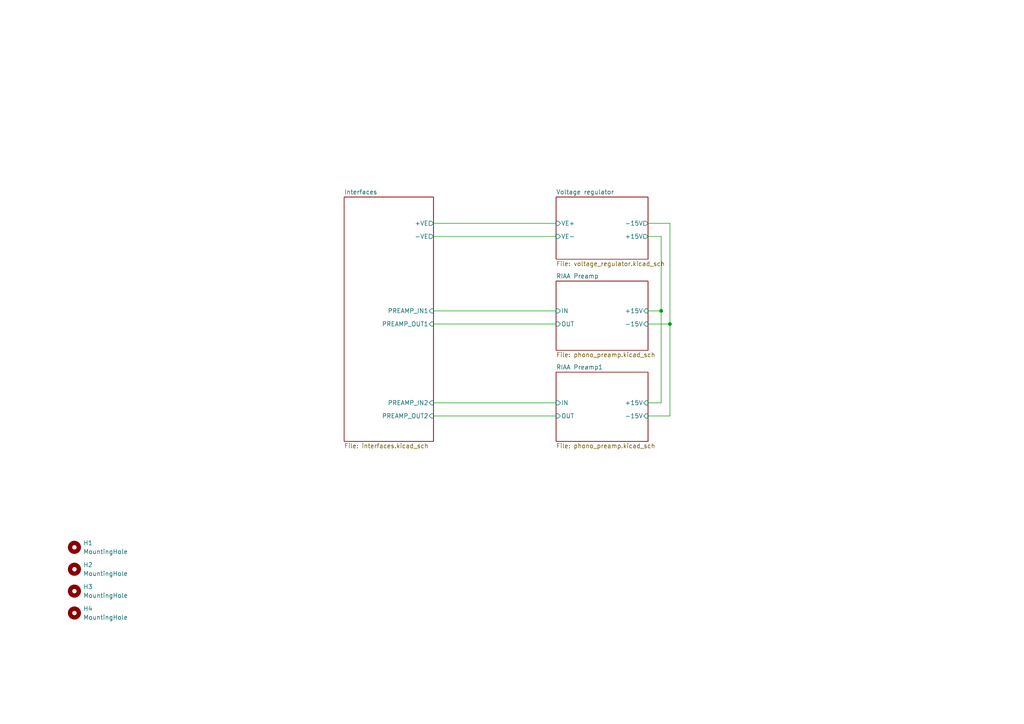
<source format=kicad_sch>
(kicad_sch
	(version 20231120)
	(generator "eeschema")
	(generator_version "8.0")
	(uuid "752fb79e-9761-444d-aeb7-c2757f987636")
	(paper "A4")
	(lib_symbols
		(symbol "Mechanical:MountingHole"
			(pin_names
				(offset 1.016)
			)
			(exclude_from_sim yes)
			(in_bom no)
			(on_board yes)
			(property "Reference" "H"
				(at 0 5.08 0)
				(effects
					(font
						(size 1.27 1.27)
					)
				)
			)
			(property "Value" "MountingHole"
				(at 0 3.175 0)
				(effects
					(font
						(size 1.27 1.27)
					)
				)
			)
			(property "Footprint" ""
				(at 0 0 0)
				(effects
					(font
						(size 1.27 1.27)
					)
					(hide yes)
				)
			)
			(property "Datasheet" "~"
				(at 0 0 0)
				(effects
					(font
						(size 1.27 1.27)
					)
					(hide yes)
				)
			)
			(property "Description" "Mounting Hole without connection"
				(at 0 0 0)
				(effects
					(font
						(size 1.27 1.27)
					)
					(hide yes)
				)
			)
			(property "ki_keywords" "mounting hole"
				(at 0 0 0)
				(effects
					(font
						(size 1.27 1.27)
					)
					(hide yes)
				)
			)
			(property "ki_fp_filters" "MountingHole*"
				(at 0 0 0)
				(effects
					(font
						(size 1.27 1.27)
					)
					(hide yes)
				)
			)
			(symbol "MountingHole_0_1"
				(circle
					(center 0 0)
					(radius 1.27)
					(stroke
						(width 1.27)
						(type default)
					)
					(fill
						(type none)
					)
				)
			)
		)
	)
	(junction
		(at 194.31 93.98)
		(diameter 0)
		(color 0 0 0 0)
		(uuid "e18e7cee-e91c-4077-937a-ad28304a3d08")
	)
	(junction
		(at 191.77 90.17)
		(diameter 0)
		(color 0 0 0 0)
		(uuid "faef6ed3-1557-44e0-8907-f139fda6c62b")
	)
	(wire
		(pts
			(xy 194.31 120.65) (xy 194.31 93.98)
		)
		(stroke
			(width 0)
			(type default)
		)
		(uuid "028f0e70-a067-4d1f-ab62-4a3aca411bac")
	)
	(wire
		(pts
			(xy 187.96 90.17) (xy 191.77 90.17)
		)
		(stroke
			(width 0)
			(type default)
		)
		(uuid "12ee098a-ad17-435f-b924-e52dd00918ae")
	)
	(wire
		(pts
			(xy 191.77 68.58) (xy 191.77 90.17)
		)
		(stroke
			(width 0)
			(type default)
		)
		(uuid "16545b19-f44b-40b8-bfac-a4cf74a21d65")
	)
	(wire
		(pts
			(xy 187.96 120.65) (xy 194.31 120.65)
		)
		(stroke
			(width 0)
			(type default)
		)
		(uuid "24480918-1189-4bab-9bf6-d5297b2bf2a4")
	)
	(wire
		(pts
			(xy 125.73 116.84) (xy 161.29 116.84)
		)
		(stroke
			(width 0)
			(type default)
		)
		(uuid "31e34f1e-ee24-4c6f-a46b-81f9233a4ab7")
	)
	(wire
		(pts
			(xy 194.31 64.77) (xy 194.31 93.98)
		)
		(stroke
			(width 0)
			(type default)
		)
		(uuid "352b566d-c497-4f6d-8e7b-67120bd6c50a")
	)
	(wire
		(pts
			(xy 194.31 93.98) (xy 187.96 93.98)
		)
		(stroke
			(width 0)
			(type default)
		)
		(uuid "5859ea05-dfc5-4a2f-8754-6d320543d2d4")
	)
	(wire
		(pts
			(xy 125.73 68.58) (xy 161.29 68.58)
		)
		(stroke
			(width 0)
			(type default)
		)
		(uuid "66c70463-743a-4e01-a73e-bd3fa86a91ba")
	)
	(wire
		(pts
			(xy 125.73 64.77) (xy 161.29 64.77)
		)
		(stroke
			(width 0)
			(type default)
		)
		(uuid "80a20711-76d1-41e4-a0ac-4b7250ca02e1")
	)
	(wire
		(pts
			(xy 191.77 90.17) (xy 191.77 116.84)
		)
		(stroke
			(width 0)
			(type default)
		)
		(uuid "874f4942-831c-4945-9dba-6ba6fdce1552")
	)
	(wire
		(pts
			(xy 187.96 64.77) (xy 194.31 64.77)
		)
		(stroke
			(width 0)
			(type default)
		)
		(uuid "9dc633b8-3db7-443e-bcae-4a4f3597a633")
	)
	(wire
		(pts
			(xy 125.73 90.17) (xy 161.29 90.17)
		)
		(stroke
			(width 0)
			(type default)
		)
		(uuid "a055c614-4d52-486f-be82-74d9b6013f5d")
	)
	(wire
		(pts
			(xy 187.96 68.58) (xy 191.77 68.58)
		)
		(stroke
			(width 0)
			(type default)
		)
		(uuid "bbe35891-c8da-42d8-9414-223a1686cc61")
	)
	(wire
		(pts
			(xy 187.96 116.84) (xy 191.77 116.84)
		)
		(stroke
			(width 0)
			(type default)
		)
		(uuid "d7cc21ba-a2af-45a8-a45f-b153b2703629")
	)
	(wire
		(pts
			(xy 125.73 120.65) (xy 161.29 120.65)
		)
		(stroke
			(width 0)
			(type default)
		)
		(uuid "e62909d7-dc94-4853-9f33-6b5a09a1290e")
	)
	(wire
		(pts
			(xy 125.73 93.98) (xy 161.29 93.98)
		)
		(stroke
			(width 0)
			(type default)
		)
		(uuid "fdf5c860-fa70-416c-9128-c5d31a382fdc")
	)
	(symbol
		(lib_id "Mechanical:MountingHole")
		(at 21.59 165.1 0)
		(unit 1)
		(exclude_from_sim yes)
		(in_bom no)
		(on_board yes)
		(dnp no)
		(fields_autoplaced yes)
		(uuid "1bf2bcce-07d6-4a67-ab9b-8c2337e3c739")
		(property "Reference" "H2"
			(at 24.13 163.8299 0)
			(effects
				(font
					(size 1.27 1.27)
				)
				(justify left)
			)
		)
		(property "Value" "MountingHole"
			(at 24.13 166.3699 0)
			(effects
				(font
					(size 1.27 1.27)
				)
				(justify left)
			)
		)
		(property "Footprint" "MountingHole:MountingHole_4.3mm_M4_DIN965"
			(at 21.59 165.1 0)
			(effects
				(font
					(size 1.27 1.27)
				)
				(hide yes)
			)
		)
		(property "Datasheet" "~"
			(at 21.59 165.1 0)
			(effects
				(font
					(size 1.27 1.27)
				)
				(hide yes)
			)
		)
		(property "Description" "Mounting Hole without connection"
			(at 21.59 165.1 0)
			(effects
				(font
					(size 1.27 1.27)
				)
				(hide yes)
			)
		)
		(instances
			(project "riaa_preamp"
				(path "/752fb79e-9761-444d-aeb7-c2757f987636"
					(reference "H2")
					(unit 1)
				)
			)
		)
	)
	(symbol
		(lib_id "Mechanical:MountingHole")
		(at 21.59 177.8 0)
		(unit 1)
		(exclude_from_sim yes)
		(in_bom no)
		(on_board yes)
		(dnp no)
		(fields_autoplaced yes)
		(uuid "4872e57b-9e0b-40a1-aa65-1b2af865a51b")
		(property "Reference" "H4"
			(at 24.13 176.5299 0)
			(effects
				(font
					(size 1.27 1.27)
				)
				(justify left)
			)
		)
		(property "Value" "MountingHole"
			(at 24.13 179.0699 0)
			(effects
				(font
					(size 1.27 1.27)
				)
				(justify left)
			)
		)
		(property "Footprint" "MountingHole:MountingHole_4.3mm_M4_DIN965"
			(at 21.59 177.8 0)
			(effects
				(font
					(size 1.27 1.27)
				)
				(hide yes)
			)
		)
		(property "Datasheet" "~"
			(at 21.59 177.8 0)
			(effects
				(font
					(size 1.27 1.27)
				)
				(hide yes)
			)
		)
		(property "Description" "Mounting Hole without connection"
			(at 21.59 177.8 0)
			(effects
				(font
					(size 1.27 1.27)
				)
				(hide yes)
			)
		)
		(instances
			(project "riaa_preamp"
				(path "/752fb79e-9761-444d-aeb7-c2757f987636"
					(reference "H4")
					(unit 1)
				)
			)
		)
	)
	(symbol
		(lib_id "Mechanical:MountingHole")
		(at 21.59 171.45 0)
		(unit 1)
		(exclude_from_sim yes)
		(in_bom no)
		(on_board yes)
		(dnp no)
		(fields_autoplaced yes)
		(uuid "5ab1bfdc-4b34-4a00-bf1c-ec4a1b28446a")
		(property "Reference" "H3"
			(at 24.13 170.1799 0)
			(effects
				(font
					(size 1.27 1.27)
				)
				(justify left)
			)
		)
		(property "Value" "MountingHole"
			(at 24.13 172.7199 0)
			(effects
				(font
					(size 1.27 1.27)
				)
				(justify left)
			)
		)
		(property "Footprint" "MountingHole:MountingHole_4.3mm_M4_DIN965"
			(at 21.59 171.45 0)
			(effects
				(font
					(size 1.27 1.27)
				)
				(hide yes)
			)
		)
		(property "Datasheet" "~"
			(at 21.59 171.45 0)
			(effects
				(font
					(size 1.27 1.27)
				)
				(hide yes)
			)
		)
		(property "Description" "Mounting Hole without connection"
			(at 21.59 171.45 0)
			(effects
				(font
					(size 1.27 1.27)
				)
				(hide yes)
			)
		)
		(instances
			(project "riaa_preamp"
				(path "/752fb79e-9761-444d-aeb7-c2757f987636"
					(reference "H3")
					(unit 1)
				)
			)
		)
	)
	(symbol
		(lib_id "Mechanical:MountingHole")
		(at 21.59 158.75 0)
		(unit 1)
		(exclude_from_sim yes)
		(in_bom no)
		(on_board yes)
		(dnp no)
		(fields_autoplaced yes)
		(uuid "61eb0eec-c6e1-4d14-b9e6-761118571adf")
		(property "Reference" "H1"
			(at 24.13 157.4799 0)
			(effects
				(font
					(size 1.27 1.27)
				)
				(justify left)
			)
		)
		(property "Value" "MountingHole"
			(at 24.13 160.0199 0)
			(effects
				(font
					(size 1.27 1.27)
				)
				(justify left)
			)
		)
		(property "Footprint" "MountingHole:MountingHole_4.3mm_M4_DIN965"
			(at 21.59 158.75 0)
			(effects
				(font
					(size 1.27 1.27)
				)
				(hide yes)
			)
		)
		(property "Datasheet" "~"
			(at 21.59 158.75 0)
			(effects
				(font
					(size 1.27 1.27)
				)
				(hide yes)
			)
		)
		(property "Description" "Mounting Hole without connection"
			(at 21.59 158.75 0)
			(effects
				(font
					(size 1.27 1.27)
				)
				(hide yes)
			)
		)
		(instances
			(project "riaa_preamp"
				(path "/752fb79e-9761-444d-aeb7-c2757f987636"
					(reference "H1")
					(unit 1)
				)
			)
		)
	)
	(sheet
		(at 161.29 81.534)
		(size 26.67 20.066)
		(fields_autoplaced yes)
		(stroke
			(width 0.1524)
			(type solid)
		)
		(fill
			(color 0 0 0 0.0000)
		)
		(uuid "1c090f92-e888-4b23-b443-29b5cb4bc8b9")
		(property "Sheetname" "RIAA Preamp"
			(at 161.29 80.8224 0)
			(effects
				(font
					(size 1.27 1.27)
				)
				(justify left bottom)
			)
		)
		(property "Sheetfile" "phono_preamp.kicad_sch"
			(at 161.29 102.1846 0)
			(effects
				(font
					(size 1.27 1.27)
				)
				(justify left top)
			)
		)
		(pin "IN" input
			(at 161.29 90.17 180)
			(effects
				(font
					(size 1.27 1.27)
				)
				(justify left)
			)
			(uuid "7115ac72-e238-4234-a40e-2856f66faffe")
		)
		(pin "OUT" input
			(at 161.29 93.98 180)
			(effects
				(font
					(size 1.27 1.27)
				)
				(justify left)
			)
			(uuid "c4c6e403-f766-4faa-9d45-9fc80219fa70")
		)
		(pin "+15V" input
			(at 187.96 90.17 0)
			(effects
				(font
					(size 1.27 1.27)
				)
				(justify right)
			)
			(uuid "ac54fa20-a212-497b-92c8-b8e3309e4127")
		)
		(pin "-15V" input
			(at 187.96 93.98 0)
			(effects
				(font
					(size 1.27 1.27)
				)
				(justify right)
			)
			(uuid "835ef9ee-1ab0-44f7-adc8-fce6748a8b7a")
		)
		(instances
			(project "riaa_preamp"
				(path "/752fb79e-9761-444d-aeb7-c2757f987636"
					(page "2")
				)
			)
		)
	)
	(sheet
		(at 161.29 57.15)
		(size 26.67 18.034)
		(fields_autoplaced yes)
		(stroke
			(width 0.1524)
			(type solid)
		)
		(fill
			(color 0 0 0 0.0000)
		)
		(uuid "3acb23c5-20cb-4e0f-aa3a-0d8abd1331c4")
		(property "Sheetname" "Voltage regulator"
			(at 161.29 56.4384 0)
			(effects
				(font
					(size 1.27 1.27)
				)
				(justify left bottom)
			)
		)
		(property "Sheetfile" "voltage_regulator.kicad_sch"
			(at 161.29 75.7686 0)
			(effects
				(font
					(size 1.27 1.27)
				)
				(justify left top)
			)
		)
		(pin "-15V" output
			(at 187.96 64.77 0)
			(effects
				(font
					(size 1.27 1.27)
				)
				(justify right)
			)
			(uuid "2c0b174e-391f-45ad-ab4d-dfdf99cf3184")
		)
		(pin "+15V" output
			(at 187.96 68.58 0)
			(effects
				(font
					(size 1.27 1.27)
				)
				(justify right)
			)
			(uuid "576a7559-922e-4430-89c8-5a5a066f86a5")
		)
		(pin "VE+" input
			(at 161.29 64.77 180)
			(effects
				(font
					(size 1.27 1.27)
				)
				(justify left)
			)
			(uuid "ffac0787-2459-4815-a1ce-060c0a2d7839")
		)
		(pin "VE-" input
			(at 161.29 68.58 180)
			(effects
				(font
					(size 1.27 1.27)
				)
				(justify left)
			)
			(uuid "e6e6c787-b2aa-44a7-b10d-fc3f887f01f3")
		)
		(instances
			(project "riaa_preamp"
				(path "/752fb79e-9761-444d-aeb7-c2757f987636"
					(page "4")
				)
			)
		)
	)
	(sheet
		(at 161.29 107.95)
		(size 26.67 20.066)
		(fields_autoplaced yes)
		(stroke
			(width 0.1524)
			(type solid)
		)
		(fill
			(color 0 0 0 0.0000)
		)
		(uuid "9dd0b524-ce54-4d69-b30b-dfce42b2dd6b")
		(property "Sheetname" "RIAA Preamp1"
			(at 161.29 107.2384 0)
			(effects
				(font
					(size 1.27 1.27)
				)
				(justify left bottom)
			)
		)
		(property "Sheetfile" "phono_preamp.kicad_sch"
			(at 161.29 128.6006 0)
			(effects
				(font
					(size 1.27 1.27)
				)
				(justify left top)
			)
		)
		(pin "IN" input
			(at 161.29 116.84 180)
			(effects
				(font
					(size 1.27 1.27)
				)
				(justify left)
			)
			(uuid "8877a1aa-a0f4-4022-839b-887d22731d4f")
		)
		(pin "OUT" input
			(at 161.29 120.65 180)
			(effects
				(font
					(size 1.27 1.27)
				)
				(justify left)
			)
			(uuid "fec6832f-280e-4175-8cf4-c6b160486e63")
		)
		(pin "+15V" input
			(at 187.96 116.84 0)
			(effects
				(font
					(size 1.27 1.27)
				)
				(justify right)
			)
			(uuid "a37ba620-d804-4d66-af7e-f077847724ec")
		)
		(pin "-15V" input
			(at 187.96 120.65 0)
			(effects
				(font
					(size 1.27 1.27)
				)
				(justify right)
			)
			(uuid "d556aca5-273a-4fbd-b248-b0f06d390d3a")
		)
		(instances
			(project "riaa_preamp"
				(path "/752fb79e-9761-444d-aeb7-c2757f987636"
					(page "3")
				)
			)
		)
	)
	(sheet
		(at 99.822 57.15)
		(size 25.908 70.866)
		(fields_autoplaced yes)
		(stroke
			(width 0.1524)
			(type solid)
		)
		(fill
			(color 0 0 0 0.0000)
		)
		(uuid "b15bc078-4676-4a6d-a38b-51a732ab2409")
		(property "Sheetname" "Interfaces"
			(at 99.822 56.4384 0)
			(effects
				(font
					(size 1.27 1.27)
				)
				(justify left bottom)
			)
		)
		(property "Sheetfile" "interfaces.kicad_sch"
			(at 99.822 128.6006 0)
			(effects
				(font
					(size 1.27 1.27)
				)
				(justify left top)
			)
		)
		(pin "PREAMP_IN2" input
			(at 125.73 116.84 0)
			(effects
				(font
					(size 1.27 1.27)
				)
				(justify right)
			)
			(uuid "bab77c91-8cea-4238-9556-97d10e855c91")
		)
		(pin "PREAMP_IN1" input
			(at 125.73 90.17 0)
			(effects
				(font
					(size 1.27 1.27)
				)
				(justify right)
			)
			(uuid "df620f18-b4df-4643-8367-1492b8876b6e")
		)
		(pin "PREAMP_OUT1" input
			(at 125.73 93.98 0)
			(effects
				(font
					(size 1.27 1.27)
				)
				(justify right)
			)
			(uuid "35e3d8c2-f9c2-4d6f-bfbc-1ce62c57e8ee")
		)
		(pin "PREAMP_OUT2" input
			(at 125.73 120.65 0)
			(effects
				(font
					(size 1.27 1.27)
				)
				(justify right)
			)
			(uuid "ce316d47-5cb9-453a-9837-029b60c3e060")
		)
		(pin "+VE" output
			(at 125.73 64.77 0)
			(effects
				(font
					(size 1.27 1.27)
				)
				(justify right)
			)
			(uuid "764d6cfe-8790-479d-afd4-85e9915f98b7")
		)
		(pin "-VE" output
			(at 125.73 68.58 0)
			(effects
				(font
					(size 1.27 1.27)
				)
				(justify right)
			)
			(uuid "e08d99d9-f223-41e4-a9c7-814d6e80cd87")
		)
		(instances
			(project "riaa_preamp"
				(path "/752fb79e-9761-444d-aeb7-c2757f987636"
					(page "5")
				)
			)
		)
	)
	(sheet_instances
		(path "/"
			(page "1")
		)
	)
)

</source>
